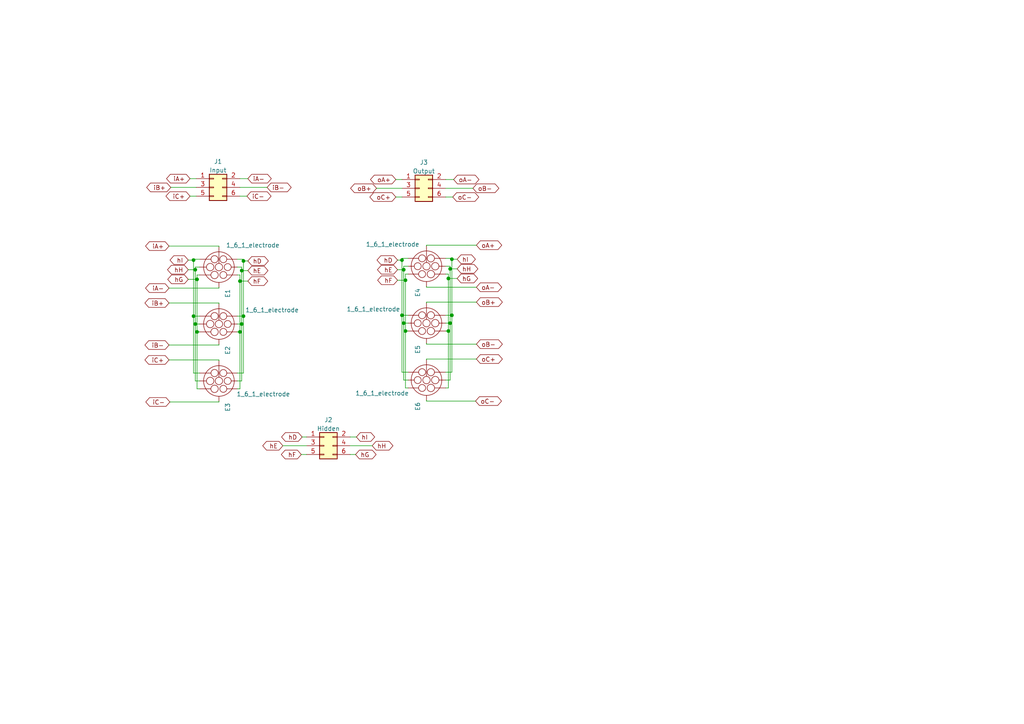
<source format=kicad_sch>
(kicad_sch (version 20211123) (generator eeschema)
  (paper "A4")
  (title_block (title "3 6 3 Physical Neural Network") (date "2022-12-05") (rev "A") (company "MAGI"))
  (lib_symbols
    (symbol "353_electrode:1_6_1_electrode"
      (property "Reference" "E" (at 0 8.89 0))
      (property "Value" "1_6_1_electrode" (at 2.54 -10.16 0))
      (symbol "1_6_1_electrode_0_1"
        (circle (center -2.286 -1.27) (radius 1.0473))
        (circle (center -2.286 1.27) (radius 1.016))
        (circle (center 0 -2.54) (radius 1.0776))
        (polyline (pts (xy -2.286 -2.3368) (xy -2.286 -5.588)))
        (polyline (pts (xy -2.286 2.286) (xy -2.286 5.334)))
        (polyline (pts (xy -1.0922 0) (xy -5.842 0)))
        (polyline (pts (xy 0 -3.6322) (xy 0 -5.588)))
        (polyline (pts (xy 0 3.556) (xy 0 5.334)))
        (polyline (pts (xy 2.286 -2.3622) (xy 2.286 -5.588)))
        (polyline (pts (xy 2.286 2.286) (xy 2.286 5.334)))
        (polyline (pts (xy 4.445 0) (xy 5.842 0)))
        (circle (center 0 0) (radius 1.0776))
        (circle (center 0 0) (radius 4.4432))
        (circle (center 0 2.54) (radius 1.016))
        (circle (center 2.286 -1.27) (radius 1.0776))
        (circle (center 2.286 1.27) (radius 1.016))
      )
      (symbol "1_6_1_electrode_1_1"
        (pin bidirectional line (at -5.842 0 90) (length 0) hide (name "C") (number "1"))
        (pin bidirectional line (at 0 5.334 90) (length 0) hide (name "H1") (number "2"))
        (pin bidirectional line (at 2.286 5.334 90) (length 0) hide (name "H2") (number "3"))
        (pin bidirectional line (at 2.286 -5.588 90) (length 0) hide (name "H3") (number "4"))
        (pin bidirectional line (at 0 -5.588 90) (length 0) hide (name "H4") (number "5"))
        (pin bidirectional line (at -2.286 -5.588 90) (length 0) hide (name "H5") (number "6"))
        (pin bidirectional line (at -2.286 5.334 90) (length 0) hide (name "H6") (number "7"))
        (pin bidirectional line (at 5.842 0 90) (length 0) hide (name "R") (number "8"))
      )
    )
    (symbol "Connector_Generic:Conn_02x03_Odd_Even" (pin_names (offset 1.016) hide)
      (property "Reference" "J" (at 1.27 5.08 0))
      (property "Value" "Conn_02x03_Odd_Even" (at 1.27 -5.08 0))
      (symbol "Conn_02x03_Odd_Even_1_1"
        (rectangle (start -1.27 -2.413) (end 0 -2.667) (stroke (width 0.1524)))
        (rectangle (start -1.27 0.127) (end 0 -0.127) (stroke (width 0.1524)))
        (rectangle (start -1.27 2.667) (end 0 2.413) (stroke (width 0.1524)))
        (rectangle (start -1.27 3.81) (end 3.81 -3.81) (stroke (width 0.254)) (fill (type background)))
        (rectangle (start 3.81 -2.413) (end 2.54 -2.667) (stroke (width 0.1524)))
        (rectangle (start 3.81 0.127) (end 2.54 -0.127) (stroke (width 0.1524)))
        (rectangle (start 3.81 2.667) (end 2.54 2.413) (stroke (width 0.1524)))
        (pin passive line (at -5.08 2.54 0) (length 3.81) (name "Pin_1") (number "1"))
        (pin passive line (at 7.62 2.54 180) (length 3.81) (name "Pin_2") (number "2"))
        (pin passive line (at -5.08 0 0) (length 3.81) (name "Pin_3") (number "3"))
        (pin passive line (at 7.62 0 180) (length 3.81) (name "Pin_4") (number "4"))
        (pin passive line (at -5.08 -2.54 0) (length 3.81) (name "Pin_5") (number "5"))
        (pin passive line (at 7.62 -2.54 180) (length 3.81) (name "Pin_6") (number "6"))
      )
    )
  )
  (junction (at 70.104 78.486))
  (junction (at 117.094 93.726))
  (junction (at 70.104 93.98))
  (junction (at 131.064 75.184))
  (junction (at 130.556 77.978))
  (junction (at 57.15 96.266))
  (junction (at 116.586 91.44))
  (junction (at 70.612 75.692))
  (junction (at 56.642 78.232))
  (junction (at 117.094 78.232))
  (junction (at 57.15 81.026))
  (junction (at 69.596 81.534))
  (junction (at 130.556 93.726))
  (junction (at 70.612 91.694))
  (junction (at 69.596 96.266))
  (junction (at 130.048 96.012))
  (junction (at 116.586 75.438))
  (junction (at 56.134 75.438))
  (junction (at 131.064 91.44))
  (junction (at 56.642 93.98))
  (junction (at 56.134 91.694))
  (junction (at 117.602 96.012))
  (junction (at 130.048 80.772))
  (junction (at 117.602 81.28))
  (wire (pts (xy 130.556 77.978) (xy 130.556 93.726)))
  (wire (pts (xy 57.15 112.776) (xy 57.912 112.776)))
  (wire (pts (xy 56.642 93.98) (xy 57.912 93.98)))
  (wire (pts (xy 70.104 93.98) (xy 70.104 110.49)))
  (wire (pts (xy 69.596 96.266) (xy 69.596 81.534)))
  (wire (pts (xy 130.048 80.772) (xy 130.048 79.502)))
  (wire (pts (xy 56.134 108.204) (xy 57.912 108.204)))
  (wire (pts (xy 88.9 129.286) (xy 82.042 129.286)))
  (wire (pts (xy 130.048 112.522) (xy 129.286 112.522)))
  (wire (pts (xy 117.602 79.502) (xy 118.364 79.502)))
  (wire (pts (xy 109.22 54.61) (xy 116.586 54.61)))
  (wire (pts (xy 107.95 129.286) (xy 101.6 129.286)))
  (wire (pts (xy 129.286 96.012) (xy 130.048 96.012)))
  (wire (pts (xy 71.628 56.896) (xy 69.596 56.896)))
  (wire (pts (xy 131.064 91.44) (xy 131.064 107.95)))
  (wire (pts (xy 63.5 71.374) (xy 63.5 71.628)))
  (wire (pts (xy 68.834 91.694) (xy 70.612 91.694)))
  (wire (pts (xy 137.922 116.332) (xy 123.698 116.332)))
  (wire (pts (xy 57.15 81.026) (xy 57.15 79.756)))
  (wire (pts (xy 70.104 77.47) (xy 70.104 78.486)))
  (wire (pts (xy 56.134 91.694) (xy 56.134 108.204)))
  (wire (pts (xy 56.642 77.47) (xy 56.642 78.232)))
  (wire (pts (xy 71.882 81.534) (xy 69.596 81.534)))
  (wire (pts (xy 103.378 126.746) (xy 101.6 126.746)))
  (wire (pts (xy 138.176 99.822) (xy 123.698 99.822)))
  (wire (pts (xy 132.588 75.184) (xy 131.064 75.184)))
  (wire (pts (xy 69.596 54.356) (xy 77.47 54.356)))
  (wire (pts (xy 56.134 75.438) (xy 56.134 75.184)))
  (wire (pts (xy 49.022 83.566) (xy 63.5 83.566)))
  (wire (pts (xy 49.276 116.586) (xy 63.5 116.586)))
  (wire (pts (xy 118.364 77.216) (xy 117.094 77.216)))
  (wire (pts (xy 49.022 100.076) (xy 63.5 100.076)))
  (wire (pts (xy 63.5 116.586) (xy 63.5 116.332)))
  (wire (pts (xy 116.586 75.438) (xy 116.586 74.93)))
  (wire (pts (xy 129.286 77.216) (xy 130.556 77.216)))
  (wire (pts (xy 101.6 131.826) (xy 103.124 131.826)))
  (wire (pts (xy 130.556 93.726) (xy 130.556 110.236)))
  (wire (pts (xy 114.808 52.07) (xy 116.586 52.07)))
  (wire (pts (xy 69.596 79.756) (xy 68.834 79.756)))
  (wire (pts (xy 117.094 78.232) (xy 117.094 93.726)))
  (wire (pts (xy 57.912 77.47) (xy 56.642 77.47)))
  (wire (pts (xy 71.882 78.486) (xy 70.104 78.486)))
  (wire (pts (xy 63.5 104.394) (xy 63.5 104.648)))
  (wire (pts (xy 69.596 112.776) (xy 68.834 112.776)))
  (wire (pts (xy 63.5 100.076) (xy 63.5 99.822)))
  (wire (pts (xy 54.61 75.438) (xy 56.134 75.438)))
  (wire (pts (xy 116.586 57.15) (xy 114.808 57.15)))
  (wire (pts (xy 130.048 96.012) (xy 130.048 80.772)))
  (wire (pts (xy 56.642 93.98) (xy 56.642 110.49)))
  (wire (pts (xy 129.286 91.44) (xy 131.064 91.44)))
  (wire (pts (xy 70.612 75.184) (xy 68.834 75.184)))
  (wire (pts (xy 123.698 104.14) (xy 123.698 104.394)))
  (wire (pts (xy 130.556 110.236) (xy 129.286 110.236)))
  (wire (pts (xy 116.586 91.44) (xy 116.586 107.95)))
  (wire (pts (xy 115.316 75.438) (xy 116.586 75.438)))
  (wire (pts (xy 69.596 96.266) (xy 69.596 112.776)))
  (wire (pts (xy 132.588 80.772) (xy 130.048 80.772)))
  (wire (pts (xy 129.286 54.61) (xy 137.16 54.61)))
  (wire (pts (xy 56.134 75.184) (xy 57.912 75.184)))
  (wire (pts (xy 70.104 78.486) (xy 70.104 93.98)))
  (wire (pts (xy 123.698 83.312) (xy 123.698 83.058)))
  (wire (pts (xy 117.602 81.28) (xy 117.602 79.502)))
  (wire (pts (xy 56.642 110.49) (xy 57.912 110.49)))
  (wire (pts (xy 69.596 81.534) (xy 69.596 79.756)))
  (wire (pts (xy 118.364 96.012) (xy 117.602 96.012)))
  (wire (pts (xy 130.048 96.012) (xy 130.048 112.522)))
  (wire (pts (xy 70.612 108.204) (xy 68.834 108.204)))
  (wire (pts (xy 54.61 81.026) (xy 57.15 81.026)))
  (wire (pts (xy 117.094 77.216) (xy 117.094 78.232)))
  (wire (pts (xy 56.642 78.232) (xy 56.642 93.98)))
  (wire (pts (xy 131.064 107.95) (xy 129.286 107.95)))
  (wire (pts (xy 117.094 93.726) (xy 118.364 93.726)))
  (wire (pts (xy 116.586 107.95) (xy 118.364 107.95)))
  (wire (pts (xy 70.104 110.49) (xy 68.834 110.49)))
  (wire (pts (xy 117.602 96.012) (xy 117.602 112.522)))
  (wire (pts (xy 132.588 77.978) (xy 130.556 77.978)))
  (wire (pts (xy 130.556 77.216) (xy 130.556 77.978)))
  (wire (pts (xy 130.048 79.502) (xy 129.286 79.502)))
  (wire (pts (xy 57.912 96.266) (xy 57.15 96.266)))
  (wire (pts (xy 138.176 83.312) (xy 123.698 83.312)))
  (wire (pts (xy 68.834 77.47) (xy 70.104 77.47)))
  (wire (pts (xy 123.698 87.63) (xy 123.698 87.884)))
  (wire (pts (xy 117.602 96.012) (xy 117.602 81.28)))
  (wire (pts (xy 131.064 91.44) (xy 131.064 75.184)))
  (wire (pts (xy 56.896 56.896) (xy 55.118 56.896)))
  (wire (pts (xy 49.022 87.884) (xy 63.5 87.884)))
  (wire (pts (xy 57.912 91.694) (xy 56.134 91.694)))
  (wire (pts (xy 87.376 131.826) (xy 88.9 131.826)))
  (wire (pts (xy 49.022 71.374) (xy 63.5 71.374)))
  (wire (pts (xy 131.318 57.15) (xy 129.286 57.15)))
  (wire (pts (xy 138.176 71.12) (xy 123.698 71.12)))
  (wire (pts (xy 49.53 54.356) (xy 56.896 54.356)))
  (wire (pts (xy 70.612 91.694) (xy 70.612 108.204)))
  (wire (pts (xy 68.834 96.266) (xy 69.596 96.266)))
  (wire (pts (xy 69.596 51.816) (xy 71.882 51.816)))
  (wire (pts (xy 71.882 75.692) (xy 70.612 75.692)))
  (wire (pts (xy 138.176 104.14) (xy 123.698 104.14)))
  (wire (pts (xy 63.5 83.566) (xy 63.5 83.312)))
  (wire (pts (xy 116.586 74.93) (xy 118.364 74.93)))
  (wire (pts (xy 70.104 93.98) (xy 68.834 93.98)))
  (wire (pts (xy 123.698 71.12) (xy 123.698 71.374)))
  (wire (pts (xy 118.364 91.44) (xy 116.586 91.44)))
  (wire (pts (xy 131.064 75.184) (xy 131.064 74.93)))
  (wire (pts (xy 70.612 91.694) (xy 70.612 75.692)))
  (wire (pts (xy 55.118 51.816) (xy 56.896 51.816)))
  (wire (pts (xy 130.556 93.726) (xy 129.286 93.726)))
  (wire (pts (xy 138.176 87.63) (xy 123.698 87.63)))
  (wire (pts (xy 117.602 112.522) (xy 118.364 112.522)))
  (wire (pts (xy 63.5 87.884) (xy 63.5 88.138)))
  (wire (pts (xy 117.094 93.726) (xy 117.094 110.236)))
  (wire (pts (xy 115.316 78.232) (xy 117.094 78.232)))
  (wire (pts (xy 123.698 99.822) (xy 123.698 99.568)))
  (wire (pts (xy 70.612 75.692) (xy 70.612 75.184)))
  (wire (pts (xy 131.064 74.93) (xy 129.286 74.93)))
  (wire (pts (xy 115.316 81.28) (xy 117.602 81.28)))
  (wire (pts (xy 49.022 104.394) (xy 63.5 104.394)))
  (wire (pts (xy 57.15 96.266) (xy 57.15 112.776)))
  (wire (pts (xy 56.134 91.694) (xy 56.134 75.438)))
  (wire (pts (xy 123.698 116.332) (xy 123.698 116.078)))
  (wire (pts (xy 57.15 96.266) (xy 57.15 81.026)))
  (wire (pts (xy 116.586 91.44) (xy 116.586 75.438)))
  (wire (pts (xy 57.15 79.756) (xy 57.912 79.756)))
  (wire (pts (xy 117.094 110.236) (xy 118.364 110.236)))
  (wire (pts (xy 54.61 78.232) (xy 56.642 78.232)))
  (wire (pts (xy 129.286 52.07) (xy 131.572 52.07)))
  (wire (pts (xy 88.9 126.746) (xy 87.63 126.746)))
  (global_label "hD" (shape bidirectional) (at 71.882 75.692 0) (property "Intersheet References" "${INTERSHEET_REFS}" (effects hide)))
  (global_label "hI" (shape bidirectional) (at 132.588 75.184 0) (property "Intersheet References" "${INTERSHEET_REFS}" (effects hide)))
  (global_label "hF" (shape bidirectional) (at 71.882 81.534 0) (property "Intersheet References" "${INTERSHEET_REFS}" (effects hide)))
  (global_label "hG" (shape bidirectional) (at 54.61 81.026 180) (property "Intersheet References" "${INTERSHEET_REFS}" (effects hide)))
  (global_label "hE" (shape bidirectional) (at 82.042 129.286 180) (property "Intersheet References" "${INTERSHEET_REFS}" (effects hide)))
  (global_label "hF" (shape bidirectional) (at 87.376 131.826 180) (property "Intersheet References" "${INTERSHEET_REFS}" (effects hide)))
  (global_label "hE" (shape bidirectional) (at 71.882 78.486 0) (property "Intersheet References" "${INTERSHEET_REFS}" (effects hide)))
  (global_label "iC+" (shape bidirectional) (at 55.118 56.896 180) (property "Intersheet References" "${INTERSHEET_REFS}" (effects hide)))
  (global_label "hI" (shape bidirectional) (at 54.61 75.438 180) (property "Intersheet References" "${INTERSHEET_REFS}" (effects hide)))
  (global_label "iB+" (shape bidirectional) (at 49.53 54.356 180) (property "Intersheet References" "${INTERSHEET_REFS}" (effects hide)))
  (global_label "oB-" (shape bidirectional) (at 137.16 54.61 0) (property "Intersheet References" "${INTERSHEET_REFS}" (effects hide)))
  (global_label "oA-" (shape bidirectional) (at 131.572 52.07 0) (property "Intersheet References" "${INTERSHEET_REFS}" (effects hide)))
  (global_label "iA-" (shape bidirectional) (at 71.882 51.816 0) (property "Intersheet References" "${INTERSHEET_REFS}" (effects hide)))
  (global_label "iC-" (shape bidirectional) (at 49.276 116.586 180) (property "Intersheet References" "${INTERSHEET_REFS}" (effects hide)))
  (global_label "iA-" (shape bidirectional) (at 49.022 83.566 180) (property "Intersheet References" "${INTERSHEET_REFS}" (effects hide)))
  (global_label "oC-" (shape bidirectional) (at 137.922 116.332 0) (property "Intersheet References" "${INTERSHEET_REFS}" (effects hide)))
  (global_label "hD" (shape bidirectional) (at 87.63 126.746 180) (property "Intersheet References" "${INTERSHEET_REFS}" (effects hide)))
  (global_label "oB+" (shape bidirectional) (at 138.176 87.63 0) (property "Intersheet References" "${INTERSHEET_REFS}" (effects hide)))
  (global_label "oC+" (shape bidirectional) (at 138.176 104.14 0) (property "Intersheet References" "${INTERSHEET_REFS}" (effects hide)))
  (global_label "oA-" (shape bidirectional) (at 138.176 83.312 0) (property "Intersheet References" "${INTERSHEET_REFS}" (effects hide)))
  (global_label "hG" (shape bidirectional) (at 132.588 80.772 0) (property "Intersheet References" "${INTERSHEET_REFS}" (effects hide)))
  (global_label "iA+" (shape bidirectional) (at 49.022 71.374 180) (property "Intersheet References" "${INTERSHEET_REFS}" (effects hide)))
  (global_label "iB-" (shape bidirectional) (at 77.47 54.356 0) (property "Intersheet References" "${INTERSHEET_REFS}" (effects hide)))
  (global_label "hH" (shape bidirectional) (at 54.61 78.232 180) (property "Intersheet References" "${INTERSHEET_REFS}" (effects hide)))
  (global_label "hH" (shape bidirectional) (at 107.95 129.286 0) (property "Intersheet References" "${INTERSHEET_REFS}" (effects hide)))
  (global_label "iB-" (shape bidirectional) (at 49.022 100.076 180) (property "Intersheet References" "${INTERSHEET_REFS}" (effects hide)))
  (global_label "oC+" (shape bidirectional) (at 114.808 57.15 180) (property "Intersheet References" "${INTERSHEET_REFS}" (effects hide)))
  (global_label "hG" (shape bidirectional) (at 103.124 131.826 0) (property "Intersheet References" "${INTERSHEET_REFS}" (effects hide)))
  (global_label "iA+" (shape bidirectional) (at 55.118 51.816 180) (property "Intersheet References" "${INTERSHEET_REFS}" (effects hide)))
  (global_label "oB+" (shape bidirectional) (at 109.22 54.61 180) (property "Intersheet References" "${INTERSHEET_REFS}" (effects hide)))
  (global_label "hE" (shape bidirectional) (at 115.316 78.232 180) (property "Intersheet References" "${INTERSHEET_REFS}" (effects hide)))
  (global_label "oA+" (shape bidirectional) (at 138.176 71.12 0) (property "Intersheet References" "${INTERSHEET_REFS}" (effects hide)))
  (global_label "hD" (shape bidirectional) (at 115.316 75.438 180) (property "Intersheet References" "${INTERSHEET_REFS}" (effects hide)))
  (global_label "iC+" (shape bidirectional) (at 49.022 104.394 180) (property "Intersheet References" "${INTERSHEET_REFS}" (effects hide)))
  (global_label "oB-" (shape bidirectional) (at 138.176 99.822 0) (property "Intersheet References" "${INTERSHEET_REFS}" (effects hide)))
  (global_label "hH" (shape bidirectional) (at 132.588 77.978 0) (property "Intersheet References" "${INTERSHEET_REFS}" (effects hide)))
  (global_label "iC-" (shape bidirectional) (at 71.628 56.896 0) (property "Intersheet References" "${INTERSHEET_REFS}" (effects hide)))
  (global_label "hF" (shape bidirectional) (at 115.316 81.28 180) (property "Intersheet References" "${INTERSHEET_REFS}" (effects hide)))
  (global_label "hI" (shape bidirectional) (at 103.378 126.746 0) (property "Intersheet References" "${INTERSHEET_REFS}" (effects hide)))
  (global_label "oA+" (shape bidirectional) (at 114.808 52.07 180) (property "Intersheet References" "${INTERSHEET_REFS}" (effects hide)))
  (global_label "iB+" (shape bidirectional) (at 49.022 87.884 180) (property "Intersheet References" "${INTERSHEET_REFS}" (effects hide)))
  (global_label "oC-" (shape bidirectional) (at 131.318 57.15 0) (property "Intersheet References" "${INTERSHEET_REFS}" (effects hide)))
  (symbol (lib_id "353_electrode:1_6_1_electrode") (at 63.5 93.98 270) (unit 1)
    (property "Reference" "E2" (at 66.04 100.33 0) (effects (justify left)))
    (property "Value" "1_6_1_electrode" (at 71.12 89.916 90) (effects (justify left)))
    (property "Footprint" "353_electrode:1_6_1_electrode" (effects hide))
  )
  (symbol (lib_id "Connector_Generic:Conn_02x03_Odd_Even") (at 121.666 54.61 0) (unit 1)
    (property "Reference" "J3" (at 122.936 47.1002 0))
    (property "Value" "Output" (at 122.936 49.6371 0))
    (property "Footprint" "Connector_PinHeader_2.54mm:PinHeader_2x03_P2.54mm_Vertical_SMD" (effects hide))
  )
  (symbol (lib_id "353_electrode:1_6_1_electrode") (at 63.5 77.47 270) (unit 1)
    (property "Reference" "E1" (at 66.04 83.82 0) (effects (justify left)))
    (property "Value" "1_6_1_electrode" (at 65.532 71.12 90) (effects (justify left)))
    (property "Footprint" "353_electrode:1_6_1_electrode" (effects hide))
  )
  (symbol (lib_id "353_electrode:1_6_1_electrode") (at 63.5 110.49 270) (unit 1)
    (property "Reference" "E3" (at 66.04 116.84 0) (effects (justify left)))
    (property "Value" "1_6_1_electrode" (at 68.58 114.3 90) (effects (justify left)))
    (property "Footprint" "353_electrode:1_6_1_electrode" (effects hide))
  )
  (symbol (lib_id "Connector_Generic:Conn_02x03_Odd_Even") (at 61.976 54.356 0) (unit 1)
    (property "Reference" "J1" (at 63.246 46.8462 0))
    (property "Value" "Input" (at 63.246 49.3831 0))
    (property "Footprint" "Connector_PinHeader_2.54mm:PinHeader_2x03_P2.54mm_Vertical_SMD" (effects hide))
  )
  (symbol (lib_id "Connector_Generic:Conn_02x03_Odd_Even") (at 93.98 129.286 0) (unit 1)
    (property "Reference" "J2" (at 95.25 121.7762 0))
    (property "Value" "Hidden" (at 95.25 124.3131 0))
    (property "Footprint" "Connector_PinHeader_2.54mm:PinHeader_2x03_P2.54mm_Vertical_SMD" (effects hide))
  )
  (symbol (lib_id "353_electrode:1_6_1_electrode") (at 123.698 110.236 90) (mirror x) (unit 1)
    (property "Reference" "E6" (at 121.158 116.586 0) (effects (justify left)))
    (property "Value" "1_6_1_electrode" (at 118.618 114.046 90) (effects (justify left)))
    (property "Footprint" "353_electrode:1_6_1_electrode" (effects hide))
  )
  (symbol (lib_id "353_electrode:1_6_1_electrode") (at 123.698 77.216 90) (mirror x) (unit 1)
    (property "Reference" "E4" (at 121.158 83.566 0) (effects (justify left)))
    (property "Value" "1_6_1_electrode" (at 121.666 70.866 90) (effects (justify left)))
    (property "Footprint" "353_electrode:1_6_1_electrode" (effects hide))
  )
  (symbol (lib_id "353_electrode:1_6_1_electrode") (at 123.698 93.726 90) (mirror x) (unit 1)
    (property "Reference" "E5" (at 121.158 100.076 0) (effects (justify left)))
    (property "Value" "1_6_1_electrode" (at 116.078 89.662 90) (effects (justify left)))
    (property "Footprint" "353_electrode:1_6_1_electrode" (effects hide))
  )
)
</source>
